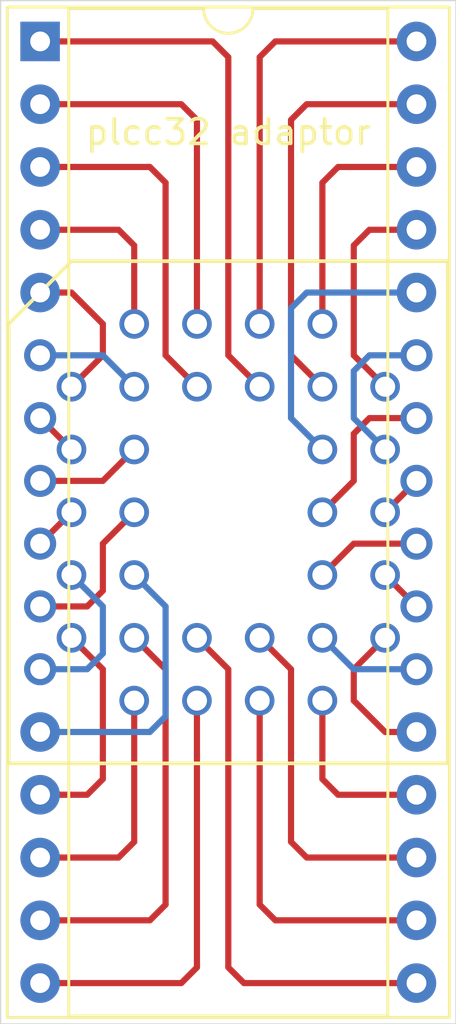
<source format=kicad_pcb>
(kicad_pcb (version 20171130) (host pcbnew 5.1.5-52549c5~84~ubuntu19.10.1)

  (general
    (thickness 1.6)
    (drawings 4)
    (tracks 102)
    (zones 0)
    (modules 2)
    (nets 33)
  )

  (page A4)
  (layers
    (0 F.Cu signal)
    (31 B.Cu signal)
    (32 B.Adhes user hide)
    (33 F.Adhes user hide)
    (34 B.Paste user hide)
    (35 F.Paste user hide)
    (36 B.SilkS user hide)
    (37 F.SilkS user)
    (38 B.Mask user)
    (39 F.Mask user)
    (40 Dwgs.User user hide)
    (41 Cmts.User user hide)
    (42 Eco1.User user hide)
    (43 Eco2.User user hide)
    (44 Edge.Cuts user)
    (45 Margin user)
    (46 B.CrtYd user)
    (47 F.CrtYd user)
    (48 B.Fab user)
    (49 F.Fab user)
  )

  (setup
    (last_trace_width 0.25)
    (trace_clearance 0.2)
    (zone_clearance 0.508)
    (zone_45_only no)
    (trace_min 0.2)
    (via_size 0.8)
    (via_drill 0.4)
    (via_min_size 0.4)
    (via_min_drill 0.3)
    (uvia_size 0.3)
    (uvia_drill 0.1)
    (uvias_allowed no)
    (uvia_min_size 0.2)
    (uvia_min_drill 0.1)
    (edge_width 0.05)
    (segment_width 0.2)
    (pcb_text_width 0.3)
    (pcb_text_size 1.5 1.5)
    (mod_edge_width 0.12)
    (mod_text_size 1 1)
    (mod_text_width 0.15)
    (pad_size 1.6 1.6)
    (pad_drill 0.8)
    (pad_to_mask_clearance 0.051)
    (solder_mask_min_width 0.25)
    (aux_axis_origin 0 0)
    (visible_elements FFFFFF7F)
    (pcbplotparams
      (layerselection 0x010e0_ffffffff)
      (usegerberextensions true)
      (usegerberattributes false)
      (usegerberadvancedattributes false)
      (creategerberjobfile false)
      (excludeedgelayer true)
      (linewidth 0.100000)
      (plotframeref false)
      (viasonmask false)
      (mode 1)
      (useauxorigin false)
      (hpglpennumber 1)
      (hpglpenspeed 20)
      (hpglpendiameter 15.000000)
      (psnegative false)
      (psa4output false)
      (plotreference true)
      (plotvalue true)
      (plotinvisibletext false)
      (padsonsilk false)
      (subtractmaskfromsilk false)
      (outputformat 1)
      (mirror false)
      (drillshape 0)
      (scaleselection 1)
      (outputdirectory "zip/"))
  )

  (net 0 "")
  (net 1 "Net-(U1-Pad1)")
  (net 2 "Net-(U1-Pad17)")
  (net 3 "Net-(U1-Pad2)")
  (net 4 "Net-(U1-Pad18)")
  (net 5 "Net-(U1-Pad3)")
  (net 6 "Net-(U1-Pad19)")
  (net 7 "Net-(U1-Pad4)")
  (net 8 "Net-(U1-Pad20)")
  (net 9 "Net-(U1-Pad5)")
  (net 10 "Net-(U1-Pad21)")
  (net 11 "Net-(U1-Pad6)")
  (net 12 "Net-(U1-Pad22)")
  (net 13 "Net-(U1-Pad7)")
  (net 14 "Net-(U1-Pad23)")
  (net 15 "Net-(U1-Pad8)")
  (net 16 "Net-(U1-Pad24)")
  (net 17 "Net-(U1-Pad9)")
  (net 18 "Net-(U1-Pad25)")
  (net 19 "Net-(U1-Pad10)")
  (net 20 "Net-(U1-Pad26)")
  (net 21 "Net-(U1-Pad11)")
  (net 22 "Net-(U1-Pad27)")
  (net 23 "Net-(U1-Pad12)")
  (net 24 "Net-(U1-Pad28)")
  (net 25 "Net-(U1-Pad13)")
  (net 26 "Net-(U1-Pad29)")
  (net 27 "Net-(U1-Pad14)")
  (net 28 "Net-(U1-Pad30)")
  (net 29 "Net-(U1-Pad15)")
  (net 30 "Net-(U1-Pad31)")
  (net 31 "Net-(U1-Pad16)")
  (net 32 "Net-(U1-Pad32)")

  (net_class Default "This is the default net class."
    (clearance 0.2)
    (trace_width 0.25)
    (via_dia 0.8)
    (via_drill 0.4)
    (uvia_dia 0.3)
    (uvia_drill 0.1)
    (add_net "Net-(U1-Pad1)")
    (add_net "Net-(U1-Pad10)")
    (add_net "Net-(U1-Pad11)")
    (add_net "Net-(U1-Pad12)")
    (add_net "Net-(U1-Pad13)")
    (add_net "Net-(U1-Pad14)")
    (add_net "Net-(U1-Pad15)")
    (add_net "Net-(U1-Pad16)")
    (add_net "Net-(U1-Pad17)")
    (add_net "Net-(U1-Pad18)")
    (add_net "Net-(U1-Pad19)")
    (add_net "Net-(U1-Pad2)")
    (add_net "Net-(U1-Pad20)")
    (add_net "Net-(U1-Pad21)")
    (add_net "Net-(U1-Pad22)")
    (add_net "Net-(U1-Pad23)")
    (add_net "Net-(U1-Pad24)")
    (add_net "Net-(U1-Pad25)")
    (add_net "Net-(U1-Pad26)")
    (add_net "Net-(U1-Pad27)")
    (add_net "Net-(U1-Pad28)")
    (add_net "Net-(U1-Pad29)")
    (add_net "Net-(U1-Pad3)")
    (add_net "Net-(U1-Pad30)")
    (add_net "Net-(U1-Pad31)")
    (add_net "Net-(U1-Pad32)")
    (add_net "Net-(U1-Pad4)")
    (add_net "Net-(U1-Pad5)")
    (add_net "Net-(U1-Pad6)")
    (add_net "Net-(U1-Pad7)")
    (add_net "Net-(U1-Pad8)")
    (add_net "Net-(U1-Pad9)")
  )

  (module Package_DIP:DIP-32_W15.24mm_Socket (layer F.Cu) (tedit 5E5B6EB0) (tstamp 5E5B6F5E)
    (at 122.555 86.995)
    (descr "32-lead though-hole mounted DIP package, row spacing 15.24 mm (600 mils), Socket")
    (tags "THT DIP DIL PDIP 2.54mm 15.24mm 600mil Socket")
    (path /5E5B6807)
    (fp_text reference "plcc32 adaptor" (at 7.62 3.67) (layer F.SilkS)
      (effects (font (size 1 1) (thickness 0.15)))
    )
    (fp_text value 27C040 (at 7.62 40.43) (layer F.Fab) hide
      (effects (font (size 1 1) (thickness 0.15)))
    )
    (fp_arc (start 7.62 -1.33) (end 6.62 -1.33) (angle -180) (layer F.SilkS) (width 0.12))
    (fp_line (start 1.255 -1.27) (end 14.985 -1.27) (layer F.Fab) (width 0.1))
    (fp_line (start 14.985 -1.27) (end 14.985 39.37) (layer F.Fab) (width 0.1))
    (fp_line (start 14.985 39.37) (end 0.255 39.37) (layer F.Fab) (width 0.1))
    (fp_line (start 0.255 39.37) (end 0.255 -0.27) (layer F.Fab) (width 0.1))
    (fp_line (start 0.255 -0.27) (end 1.255 -1.27) (layer F.Fab) (width 0.1))
    (fp_line (start -1.27 -1.33) (end -1.27 39.43) (layer F.Fab) (width 0.1))
    (fp_line (start -1.27 39.43) (end 16.51 39.43) (layer F.Fab) (width 0.1))
    (fp_line (start 16.51 39.43) (end 16.51 -1.33) (layer F.Fab) (width 0.1))
    (fp_line (start 16.51 -1.33) (end -1.27 -1.33) (layer F.Fab) (width 0.1))
    (fp_line (start 6.62 -1.33) (end 1.16 -1.33) (layer F.SilkS) (width 0.12))
    (fp_line (start 1.16 -1.33) (end 1.16 39.43) (layer F.SilkS) (width 0.12))
    (fp_line (start 1.16 39.43) (end 14.08 39.43) (layer F.SilkS) (width 0.12))
    (fp_line (start 14.08 39.43) (end 14.08 -1.33) (layer F.SilkS) (width 0.12))
    (fp_line (start 14.08 -1.33) (end 8.62 -1.33) (layer F.SilkS) (width 0.12))
    (fp_line (start -1.33 -1.39) (end -1.33 39.49) (layer F.SilkS) (width 0.12))
    (fp_line (start -1.33 39.49) (end 16.57 39.49) (layer F.SilkS) (width 0.12))
    (fp_line (start 16.57 39.49) (end 16.57 -1.39) (layer F.SilkS) (width 0.12))
    (fp_line (start 16.57 -1.39) (end -1.33 -1.39) (layer F.SilkS) (width 0.12))
    (fp_line (start -1.55 -1.6) (end -1.55 39.7) (layer F.CrtYd) (width 0.05))
    (fp_line (start -1.55 39.7) (end 16.8 39.7) (layer F.CrtYd) (width 0.05))
    (fp_line (start 16.8 39.7) (end 16.8 -1.6) (layer F.CrtYd) (width 0.05))
    (fp_line (start 16.8 -1.6) (end -1.55 -1.6) (layer F.CrtYd) (width 0.05))
    (fp_text user %R (at 7.62 19.05) (layer F.Fab) hide
      (effects (font (size 1 1) (thickness 0.15)))
    )
    (pad 1 thru_hole rect (at 0 0) (size 1.6 1.6) (drill 0.8) (layers *.Cu *.Mask)
      (net 1 "Net-(U1-Pad1)"))
    (pad 17 thru_hole oval (at 15.24 38.1) (size 1.6 1.6) (drill 0.8) (layers *.Cu *.Mask)
      (net 2 "Net-(U1-Pad17)"))
    (pad 2 thru_hole oval (at 0 2.54) (size 1.6 1.6) (drill 0.8) (layers *.Cu *.Mask)
      (net 3 "Net-(U1-Pad2)"))
    (pad 18 thru_hole oval (at 15.24 35.56) (size 1.6 1.6) (drill 0.8) (layers *.Cu *.Mask)
      (net 4 "Net-(U1-Pad18)"))
    (pad 3 thru_hole oval (at 0 5.08) (size 1.6 1.6) (drill 0.8) (layers *.Cu *.Mask)
      (net 5 "Net-(U1-Pad3)"))
    (pad 19 thru_hole oval (at 15.24 33.02) (size 1.6 1.6) (drill 0.8) (layers *.Cu *.Mask)
      (net 6 "Net-(U1-Pad19)"))
    (pad 4 thru_hole oval (at 0 7.62) (size 1.6 1.6) (drill 0.8) (layers *.Cu *.Mask)
      (net 7 "Net-(U1-Pad4)"))
    (pad 20 thru_hole oval (at 15.24 30.48) (size 1.6 1.6) (drill 0.8) (layers *.Cu *.Mask)
      (net 8 "Net-(U1-Pad20)"))
    (pad 5 thru_hole oval (at 0 10.16) (size 1.6 1.6) (drill 0.8) (layers *.Cu *.Mask)
      (net 9 "Net-(U1-Pad5)"))
    (pad 21 thru_hole oval (at 15.24 27.94) (size 1.6 1.6) (drill 0.8) (layers *.Cu *.Mask)
      (net 10 "Net-(U1-Pad21)"))
    (pad 6 thru_hole circle (at 0 12.7) (size 1.3 1.3) (drill 0.8) (layers *.Cu *.Mask)
      (net 11 "Net-(U1-Pad6)"))
    (pad 22 thru_hole circle (at 15.24 25.4) (size 1.3 1.3) (drill 0.8) (layers *.Cu *.Mask)
      (net 12 "Net-(U1-Pad22)"))
    (pad 7 thru_hole circle (at 0 15.24) (size 1.3 1.3) (drill 0.8) (layers *.Cu *.Mask)
      (net 13 "Net-(U1-Pad7)"))
    (pad 23 thru_hole circle (at 15.24 22.86) (size 1.3 1.3) (drill 0.8) (layers *.Cu *.Mask)
      (net 14 "Net-(U1-Pad23)"))
    (pad 8 thru_hole circle (at 0 17.78) (size 1.3 1.3) (drill 0.8) (layers *.Cu *.Mask)
      (net 15 "Net-(U1-Pad8)"))
    (pad 24 thru_hole circle (at 15.24 20.32) (size 1.3 1.3) (drill 0.8) (layers *.Cu *.Mask)
      (net 16 "Net-(U1-Pad24)"))
    (pad 9 thru_hole circle (at 0 20.32) (size 1.3 1.3) (drill 0.8) (layers *.Cu *.Mask)
      (net 17 "Net-(U1-Pad9)"))
    (pad 25 thru_hole circle (at 15.24 17.78) (size 1.3 1.3) (drill 0.8) (layers *.Cu *.Mask)
      (net 18 "Net-(U1-Pad25)"))
    (pad 10 thru_hole circle (at 0 22.86) (size 1.3 1.3) (drill 0.8) (layers *.Cu *.Mask)
      (net 19 "Net-(U1-Pad10)"))
    (pad 26 thru_hole circle (at 15.24 15.24) (size 1.3 1.3) (drill 0.8) (layers *.Cu *.Mask)
      (net 20 "Net-(U1-Pad26)"))
    (pad 11 thru_hole circle (at 0 25.4) (size 1.3 1.3) (drill 0.8) (layers *.Cu *.Mask)
      (net 21 "Net-(U1-Pad11)"))
    (pad 27 thru_hole circle (at 15.24 12.7) (size 1.3 1.3) (drill 0.8) (layers *.Cu *.Mask)
      (net 22 "Net-(U1-Pad27)"))
    (pad 12 thru_hole oval (at 0 27.94) (size 1.6 1.6) (drill 0.8) (layers *.Cu *.Mask)
      (net 23 "Net-(U1-Pad12)"))
    (pad 28 thru_hole oval (at 15.24 10.16) (size 1.6 1.6) (drill 0.8) (layers *.Cu *.Mask)
      (net 24 "Net-(U1-Pad28)"))
    (pad 13 thru_hole oval (at 0 30.48) (size 1.6 1.6) (drill 0.8) (layers *.Cu *.Mask)
      (net 25 "Net-(U1-Pad13)"))
    (pad 29 thru_hole oval (at 15.24 7.62) (size 1.6 1.6) (drill 0.8) (layers *.Cu *.Mask)
      (net 26 "Net-(U1-Pad29)"))
    (pad 14 thru_hole oval (at 0 33.02) (size 1.6 1.6) (drill 0.8) (layers *.Cu *.Mask)
      (net 27 "Net-(U1-Pad14)"))
    (pad 30 thru_hole oval (at 15.24 5.08) (size 1.6 1.6) (drill 0.8) (layers *.Cu *.Mask)
      (net 28 "Net-(U1-Pad30)"))
    (pad 15 thru_hole oval (at 0 35.56) (size 1.6 1.6) (drill 0.8) (layers *.Cu *.Mask)
      (net 29 "Net-(U1-Pad15)"))
    (pad 31 thru_hole oval (at 15.24 2.54) (size 1.6 1.6) (drill 0.8) (layers *.Cu *.Mask)
      (net 30 "Net-(U1-Pad31)"))
    (pad 16 thru_hole oval (at 0 38.1) (size 1.6 1.6) (drill 0.8) (layers *.Cu *.Mask)
      (net 31 "Net-(U1-Pad16)"))
    (pad 32 thru_hole oval (at 15.24 0) (size 1.6 1.6) (drill 0.8) (layers *.Cu *.Mask)
      (net 32 "Net-(U1-Pad32)"))
    (model ${KISYS3DMOD}/Package_DIP.3dshapes/DIP-32_W15.24mm_Socket.wrl
      (at (xyz 0 0 0))
      (scale (xyz 1 1 1))
      (rotate (xyz 0 0 0))
    )
  )

  (module Package_PLCC:PLCC-32_THT-Socket (layer F.Cu) (tedit 5E5B6D36) (tstamp 5E5B6F87)
    (at 130.175 106.045)
    (descr "Socket PLCC 32 pins,  round pads")
    (tags PLCC)
    (path /5E5B5D51)
    (fp_text reference U2 (at 0 12.065) (layer F.SilkS) hide
      (effects (font (size 1 1) (thickness 0.15)))
    )
    (fp_text value 27C040 (at 0 0 90) (layer F.Fab) hide
      (effects (font (size 1 1) (thickness 0.15)))
    )
    (fp_line (start -8.89 -7.62) (end -8.89 10.16) (layer F.SilkS) (width 0.15))
    (fp_line (start 8.89 -10.16) (end 8.89 10.16) (layer F.SilkS) (width 0.15))
    (fp_line (start -8.89 10.16) (end 8.89 10.16) (layer F.SilkS) (width 0.15))
    (fp_line (start -6.35 -10.16) (end -8.89 -7.62) (layer F.SilkS) (width 0.15))
    (fp_line (start 8.89 -10.16) (end -6.35 -10.16) (layer F.SilkS) (width 0.15))
    (pad 1 thru_hole circle (at 1.27 -5.08) (size 1.2 1.2) (drill 0.8128) (layers *.Cu *.Mask)
      (net 1 "Net-(U1-Pad1)"))
    (pad 2 thru_hole circle (at -1.27 -7.62) (size 1.2 1.2) (drill 0.8128) (layers *.Cu *.Mask)
      (net 3 "Net-(U1-Pad2)"))
    (pad 3 thru_hole circle (at -1.27 -5.08) (size 1.2 1.2) (drill 0.8128) (layers *.Cu *.Mask)
      (net 5 "Net-(U1-Pad3)"))
    (pad 4 thru_hole circle (at -3.81 -7.62) (size 1.2 1.2) (drill 0.8128) (layers *.Cu *.Mask)
      (net 7 "Net-(U1-Pad4)"))
    (pad 5 thru_hole circle (at -6.35 -5.08) (size 1.2 1.2) (drill 0.8128) (layers *.Cu *.Mask)
      (net 9 "Net-(U1-Pad5)"))
    (pad 6 thru_hole circle (at -3.81 -5.08) (size 1.2 1.2) (drill 0.8128) (layers *.Cu *.Mask)
      (net 11 "Net-(U1-Pad6)"))
    (pad 7 thru_hole circle (at -6.35 -2.54) (size 1.2 1.2) (drill 0.8128) (layers *.Cu *.Mask)
      (net 13 "Net-(U1-Pad7)"))
    (pad 8 thru_hole circle (at -3.81 -2.54) (size 1.2 1.2) (drill 0.8128) (layers *.Cu *.Mask)
      (net 15 "Net-(U1-Pad8)"))
    (pad 9 thru_hole circle (at -6.35 0) (size 1.2 1.2) (drill 0.8128) (layers *.Cu *.Mask)
      (net 17 "Net-(U1-Pad9)"))
    (pad 10 thru_hole circle (at -3.81 0) (size 1.2 1.2) (drill 0.8128) (layers *.Cu *.Mask)
      (net 19 "Net-(U1-Pad10)"))
    (pad 11 thru_hole circle (at -6.35 2.54) (size 1.2 1.2) (drill 0.8128) (layers *.Cu *.Mask)
      (net 21 "Net-(U1-Pad11)"))
    (pad 12 thru_hole circle (at -3.81 2.54) (size 1.2 1.2) (drill 0.8128) (layers *.Cu *.Mask)
      (net 23 "Net-(U1-Pad12)"))
    (pad 13 thru_hole circle (at -6.35 5.08) (size 1.2 1.2) (drill 0.8128) (layers *.Cu *.Mask)
      (net 25 "Net-(U1-Pad13)"))
    (pad 14 thru_hole circle (at -3.81 7.62) (size 1.2 1.2) (drill 0.8128) (layers *.Cu *.Mask)
      (net 27 "Net-(U1-Pad14)"))
    (pad 15 thru_hole circle (at -3.81 5.08) (size 1.2 1.2) (drill 0.8128) (layers *.Cu *.Mask)
      (net 29 "Net-(U1-Pad15)"))
    (pad 16 thru_hole circle (at -1.27 7.62) (size 1.2 1.2) (drill 0.8128) (layers *.Cu *.Mask)
      (net 31 "Net-(U1-Pad16)"))
    (pad 17 thru_hole circle (at -1.27 5.08) (size 1.2 1.2) (drill 0.8128) (layers *.Cu *.Mask)
      (net 2 "Net-(U1-Pad17)"))
    (pad 18 thru_hole circle (at 1.27 7.62) (size 1.2 1.2) (drill 0.8128) (layers *.Cu *.Mask)
      (net 4 "Net-(U1-Pad18)"))
    (pad 19 thru_hole circle (at 1.27 5.08) (size 1.2 1.2) (drill 0.8128) (layers *.Cu *.Mask)
      (net 6 "Net-(U1-Pad19)"))
    (pad 20 thru_hole circle (at 3.81 7.62) (size 1.2 1.2) (drill 0.8128) (layers *.Cu *.Mask)
      (net 8 "Net-(U1-Pad20)"))
    (pad 21 thru_hole circle (at 6.35 5.08) (size 1.2 1.2) (drill 0.8128) (layers *.Cu *.Mask)
      (net 10 "Net-(U1-Pad21)"))
    (pad 22 thru_hole circle (at 3.81 5.08) (size 1.2 1.2) (drill 0.8128) (layers *.Cu *.Mask)
      (net 12 "Net-(U1-Pad22)"))
    (pad 23 thru_hole circle (at 6.35 2.54) (size 1.2 1.2) (drill 0.8128) (layers *.Cu *.Mask)
      (net 14 "Net-(U1-Pad23)"))
    (pad 24 thru_hole circle (at 3.81 2.54) (size 1.2 1.2) (drill 0.8128) (layers *.Cu *.Mask)
      (net 16 "Net-(U1-Pad24)"))
    (pad 25 thru_hole circle (at 6.35 0) (size 1.2 1.2) (drill 0.8128) (layers *.Cu *.Mask)
      (net 18 "Net-(U1-Pad25)"))
    (pad 26 thru_hole circle (at 3.81 0) (size 1.2 1.2) (drill 0.8128) (layers *.Cu *.Mask)
      (net 20 "Net-(U1-Pad26)"))
    (pad 27 thru_hole circle (at 6.35 -2.54) (size 1.2 1.2) (drill 0.8128) (layers *.Cu *.Mask)
      (net 22 "Net-(U1-Pad27)"))
    (pad 28 thru_hole circle (at 3.81 -2.54) (size 1.2 1.2) (drill 0.8128) (layers *.Cu *.Mask)
      (net 24 "Net-(U1-Pad28)"))
    (pad 31 thru_hole circle (at 3.81 -5.08) (size 1.2 1.2) (drill 0.8128) (layers *.Cu *.Mask)
      (net 30 "Net-(U1-Pad31)"))
    (pad 32 thru_hole circle (at 1.27 -7.62) (size 1.2 1.2) (drill 0.8128) (layers *.Cu *.Mask)
      (net 32 "Net-(U1-Pad32)"))
    (pad 29 thru_hole circle (at 6.35 -5.08) (size 1.2 1.2) (drill 0.8128) (layers *.Cu *.Mask)
      (net 26 "Net-(U1-Pad29)"))
    (pad 30 thru_hole circle (at 3.81 -7.62) (size 1.2 1.2) (drill 0.8128) (layers *.Cu *.Mask)
      (net 28 "Net-(U1-Pad30)"))
  )

  (gr_line (start 120.9548 85.344) (end 139.3952 85.344) (layer Edge.Cuts) (width 0.05) (tstamp 5E5B8995))
  (gr_line (start 120.9548 126.746) (end 120.9548 85.344) (layer Edge.Cuts) (width 0.05))
  (gr_line (start 139.3952 126.746) (end 120.9548 126.746) (layer Edge.Cuts) (width 0.05))
  (gr_line (start 139.3952 85.344) (end 139.3952 126.746) (layer Edge.Cuts) (width 0.05))

  (segment (start 122.555 86.995) (end 129.54 86.995) (width 0.25) (layer F.Cu) (net 1))
  (segment (start 129.54 86.995) (end 130.175 87.63) (width 0.25) (layer F.Cu) (net 1))
  (segment (start 130.175 87.63) (end 130.175 99.695) (width 0.25) (layer F.Cu) (net 1))
  (segment (start 130.175 99.695) (end 131.445 100.965) (width 0.25) (layer F.Cu) (net 1))
  (segment (start 130.175 112.395) (end 128.905 111.125) (width 0.25) (layer F.Cu) (net 2))
  (segment (start 137.795 125.095) (end 130.81 125.095) (width 0.25) (layer F.Cu) (net 2))
  (segment (start 130.81 125.095) (end 130.175 124.46) (width 0.25) (layer F.Cu) (net 2))
  (segment (start 130.175 124.46) (end 130.175 112.395) (width 0.25) (layer F.Cu) (net 2))
  (segment (start 122.555 89.535) (end 128.27 89.535) (width 0.25) (layer F.Cu) (net 3))
  (segment (start 128.27 89.535) (end 128.905 90.17) (width 0.25) (layer F.Cu) (net 3))
  (segment (start 128.905 90.17) (end 128.905 98.425) (width 0.25) (layer F.Cu) (net 3))
  (segment (start 137.795 122.555) (end 132.08 122.555) (width 0.25) (layer F.Cu) (net 4))
  (segment (start 132.08 122.555) (end 131.445 121.92) (width 0.25) (layer F.Cu) (net 4))
  (segment (start 131.445 121.92) (end 131.445 113.665) (width 0.25) (layer F.Cu) (net 4))
  (segment (start 127.635 99.695) (end 128.905 100.965) (width 0.25) (layer F.Cu) (net 5))
  (segment (start 127.635 92.71) (end 127.635 99.695) (width 0.25) (layer F.Cu) (net 5))
  (segment (start 122.555 92.075) (end 127 92.075) (width 0.25) (layer F.Cu) (net 5))
  (segment (start 127 92.075) (end 127.635 92.71) (width 0.25) (layer F.Cu) (net 5))
  (segment (start 137.795 120.015) (end 133.35 120.015) (width 0.25) (layer F.Cu) (net 6))
  (segment (start 133.35 120.015) (end 132.715 119.38) (width 0.25) (layer F.Cu) (net 6))
  (segment (start 132.715 119.38) (end 132.715 112.395) (width 0.25) (layer F.Cu) (net 6))
  (segment (start 132.715 112.395) (end 131.445 111.125) (width 0.25) (layer F.Cu) (net 6))
  (segment (start 122.555 94.615) (end 125.73 94.615) (width 0.25) (layer F.Cu) (net 7))
  (segment (start 125.73 94.615) (end 126.365 95.25) (width 0.25) (layer F.Cu) (net 7))
  (segment (start 126.365 95.25) (end 126.365 98.425) (width 0.25) (layer F.Cu) (net 7))
  (segment (start 137.795 117.475) (end 134.62 117.475) (width 0.25) (layer F.Cu) (net 8))
  (segment (start 134.62 117.475) (end 133.985 116.84) (width 0.25) (layer F.Cu) (net 8))
  (segment (start 133.985 116.84) (end 133.985 113.665) (width 0.25) (layer F.Cu) (net 8))
  (segment (start 122.555 97.155) (end 123.825 97.155) (width 0.25) (layer F.Cu) (net 9))
  (segment (start 123.825 97.155) (end 125.095 98.425) (width 0.25) (layer F.Cu) (net 9))
  (segment (start 125.095 98.425) (end 125.095 99.695) (width 0.25) (layer F.Cu) (net 9))
  (segment (start 125.095 99.695) (end 123.825 100.965) (width 0.25) (layer F.Cu) (net 9))
  (segment (start 137.795 114.935) (end 136.525 114.935) (width 0.25) (layer F.Cu) (net 10))
  (segment (start 136.525 114.935) (end 135.255 113.665) (width 0.25) (layer F.Cu) (net 10))
  (segment (start 135.255 113.665) (end 135.255 112.395) (width 0.25) (layer F.Cu) (net 10))
  (segment (start 135.255 112.395) (end 136.525 111.125) (width 0.25) (layer F.Cu) (net 10))
  (segment (start 126.365 100.965) (end 125.095 99.695) (width 0.25) (layer B.Cu) (net 11))
  (segment (start 125.095 99.695) (end 122.555 99.695) (width 0.25) (layer B.Cu) (net 11))
  (segment (start 137.795 112.395) (end 135.255 112.395) (width 0.25) (layer B.Cu) (net 12))
  (segment (start 135.255 112.395) (end 133.985 111.125) (width 0.25) (layer B.Cu) (net 12))
  (segment (start 123.825 103.505) (end 122.555 102.235) (width 0.25) (layer F.Cu) (net 13))
  (segment (start 136.525 108.585) (end 137.795 109.855) (width 0.25) (layer F.Cu) (net 14))
  (segment (start 126.365 103.505) (end 125.095 104.775) (width 0.25) (layer F.Cu) (net 15))
  (segment (start 125.095 104.775) (end 122.555 104.775) (width 0.25) (layer F.Cu) (net 15))
  (segment (start 135.255 107.315) (end 137.795 107.315) (width 0.25) (layer F.Cu) (net 16))
  (segment (start 133.985 108.585) (end 135.255 107.315) (width 0.25) (layer F.Cu) (net 16))
  (segment (start 123.825 106.045) (end 122.555 107.315) (width 0.25) (layer F.Cu) (net 17))
  (segment (start 137.795 104.775) (end 136.525 106.045) (width 0.25) (layer F.Cu) (net 18))
  (segment (start 125.095 107.315) (end 126.365 106.045) (width 0.25) (layer F.Cu) (net 19))
  (segment (start 122.555 109.855) (end 124.46 109.855) (width 0.25) (layer F.Cu) (net 19))
  (segment (start 124.46 109.855) (end 125.095 109.22) (width 0.25) (layer F.Cu) (net 19))
  (segment (start 125.095 109.22) (end 125.095 107.315) (width 0.25) (layer F.Cu) (net 19))
  (segment (start 135.255 104.775) (end 133.985 106.045) (width 0.25) (layer F.Cu) (net 20))
  (segment (start 137.795 102.235) (end 135.89 102.235) (width 0.25) (layer F.Cu) (net 20))
  (segment (start 135.89 102.235) (end 135.255 102.87) (width 0.25) (layer F.Cu) (net 20))
  (segment (start 135.255 102.87) (end 135.255 104.775) (width 0.25) (layer F.Cu) (net 20))
  (segment (start 123.825 108.585) (end 125.095 109.855) (width 0.25) (layer B.Cu) (net 21))
  (segment (start 122.555 112.395) (end 124.46 112.395) (width 0.25) (layer B.Cu) (net 21))
  (segment (start 124.46 112.395) (end 125.095 111.76) (width 0.25) (layer B.Cu) (net 21))
  (segment (start 125.095 111.76) (end 125.095 109.855) (width 0.25) (layer B.Cu) (net 21))
  (segment (start 135.255 102.235) (end 136.525 103.505) (width 0.25) (layer B.Cu) (net 22))
  (segment (start 137.795 99.695) (end 135.89 99.695) (width 0.25) (layer B.Cu) (net 22))
  (segment (start 135.89 99.695) (end 135.255 100.33) (width 0.25) (layer B.Cu) (net 22))
  (segment (start 135.255 100.33) (end 135.255 102.235) (width 0.25) (layer B.Cu) (net 22))
  (segment (start 126.365 108.585) (end 127.635 109.855) (width 0.25) (layer B.Cu) (net 23))
  (segment (start 127.635 109.855) (end 127.635 114.3) (width 0.25) (layer B.Cu) (net 23))
  (segment (start 127.635 114.3) (end 127 114.935) (width 0.25) (layer B.Cu) (net 23))
  (segment (start 127 114.935) (end 122.555 114.935) (width 0.25) (layer B.Cu) (net 23))
  (segment (start 133.985 103.505) (end 132.715 102.235) (width 0.25) (layer B.Cu) (net 24))
  (segment (start 132.715 102.235) (end 132.715 97.79) (width 0.25) (layer B.Cu) (net 24))
  (segment (start 132.715 97.79) (end 133.35 97.155) (width 0.25) (layer B.Cu) (net 24))
  (segment (start 133.35 97.155) (end 137.795 97.155) (width 0.25) (layer B.Cu) (net 24))
  (segment (start 122.555 117.475) (end 123.825 117.475) (width 0.25) (layer F.Cu) (net 25))
  (segment (start 125.095 116.84) (end 125.095 112.395) (width 0.25) (layer F.Cu) (net 25))
  (segment (start 122.555 117.475) (end 124.46 117.475) (width 0.25) (layer F.Cu) (net 25))
  (segment (start 125.095 112.395) (end 123.825 111.125) (width 0.25) (layer F.Cu) (net 25))
  (segment (start 124.46 117.475) (end 125.095 116.84) (width 0.25) (layer F.Cu) (net 25))
  (segment (start 136.525 94.615) (end 137.795 94.615) (width 0.25) (layer F.Cu) (net 26))
  (segment (start 135.255 99.695) (end 136.525 100.965) (width 0.25) (layer F.Cu) (net 26))
  (segment (start 135.255 95.25) (end 135.255 99.695) (width 0.25) (layer F.Cu) (net 26))
  (segment (start 137.795 94.615) (end 135.89 94.615) (width 0.25) (layer F.Cu) (net 26))
  (segment (start 135.89 94.615) (end 135.255 95.25) (width 0.25) (layer F.Cu) (net 26))
  (segment (start 122.555 120.015) (end 125.73 120.015) (width 0.25) (layer F.Cu) (net 27))
  (segment (start 125.73 120.015) (end 126.365 119.38) (width 0.25) (layer F.Cu) (net 27))
  (segment (start 126.365 119.38) (end 126.365 113.665) (width 0.25) (layer F.Cu) (net 27))
  (segment (start 137.795 92.075) (end 134.62 92.075) (width 0.25) (layer F.Cu) (net 28))
  (segment (start 134.62 92.075) (end 133.985 92.71) (width 0.25) (layer F.Cu) (net 28))
  (segment (start 133.985 92.71) (end 133.985 98.425) (width 0.25) (layer F.Cu) (net 28))
  (segment (start 122.555 122.555) (end 127 122.555) (width 0.25) (layer F.Cu) (net 29))
  (segment (start 127 122.555) (end 127.635 121.92) (width 0.25) (layer F.Cu) (net 29))
  (segment (start 127.635 121.92) (end 127.635 112.395) (width 0.25) (layer F.Cu) (net 29))
  (segment (start 127.635 112.395) (end 126.365 111.125) (width 0.25) (layer F.Cu) (net 29))
  (segment (start 132.715 99.695) (end 133.985 100.965) (width 0.25) (layer F.Cu) (net 30))
  (segment (start 137.795 89.535) (end 133.35 89.535) (width 0.25) (layer F.Cu) (net 30))
  (segment (start 133.35 89.535) (end 132.715 90.17) (width 0.25) (layer F.Cu) (net 30))
  (segment (start 132.715 90.17) (end 132.715 99.695) (width 0.25) (layer F.Cu) (net 30))
  (segment (start 122.555 125.095) (end 128.27 125.095) (width 0.25) (layer F.Cu) (net 31))
  (segment (start 128.27 125.095) (end 128.905 124.46) (width 0.25) (layer F.Cu) (net 31))
  (segment (start 128.905 124.46) (end 128.905 113.665) (width 0.25) (layer F.Cu) (net 31))
  (segment (start 137.795 86.995) (end 132.08 86.995) (width 0.25) (layer F.Cu) (net 32))
  (segment (start 132.08 86.995) (end 131.445 87.63) (width 0.25) (layer F.Cu) (net 32))
  (segment (start 131.445 87.63) (end 131.445 98.425) (width 0.25) (layer F.Cu) (net 32))

)

</source>
